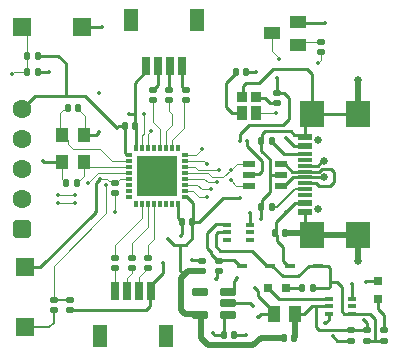
<source format=gtl>
G04*
G04 #@! TF.GenerationSoftware,Altium Limited,Altium Designer,22.11.1 (43)*
G04*
G04 Layer_Physical_Order=1*
G04 Layer_Color=255*
%FSLAX44Y44*%
%MOMM*%
G71*
G04*
G04 #@! TF.SameCoordinates,A50B7F4E-0ABD-407A-AE68-1F03F6E7AD64*
G04*
G04*
G04 #@! TF.FilePolarity,Positive*
G04*
G01*
G75*
%ADD10C,0.5080*%
%ADD16C,0.2540*%
G04:AMPARAMS|DCode=20|XSize=0.6mm|YSize=0.54mm|CornerRadius=0.1431mm|HoleSize=0mm|Usage=FLASHONLY|Rotation=180.000|XOffset=0mm|YOffset=0mm|HoleType=Round|Shape=RoundedRectangle|*
%AMROUNDEDRECTD20*
21,1,0.6000,0.2538,0,0,180.0*
21,1,0.3138,0.5400,0,0,180.0*
1,1,0.2862,-0.1569,0.1269*
1,1,0.2862,0.1569,0.1269*
1,1,0.2862,0.1569,-0.1269*
1,1,0.2862,-0.1569,-0.1269*
%
%ADD20ROUNDEDRECTD20*%
%ADD21R,0.6604X1.5494*%
%ADD22R,0.8128X0.4064*%
%ADD23R,1.1000X1.3000*%
G04:AMPARAMS|DCode=24|XSize=0.6mm|YSize=0.54mm|CornerRadius=0.1431mm|HoleSize=0mm|Usage=FLASHONLY|Rotation=90.000|XOffset=0mm|YOffset=0mm|HoleType=Round|Shape=RoundedRectangle|*
%AMROUNDEDRECTD24*
21,1,0.6000,0.2538,0,0,90.0*
21,1,0.3138,0.5400,0,0,90.0*
1,1,0.2862,0.1269,0.1569*
1,1,0.2862,0.1269,-0.1569*
1,1,0.2862,-0.1269,-0.1569*
1,1,0.2862,-0.1269,0.1569*
%
%ADD24ROUNDEDRECTD24*%
%ADD25R,1.5240X1.5240*%
%ADD27R,2.0000X2.1800*%
%ADD28R,1.1500X0.3000*%
%ADD29R,1.1500X0.6000*%
%ADD30R,0.8000X0.8000*%
%ADD31R,0.8000X0.8000*%
%ADD32R,1.1000X1.4300*%
%ADD33R,1.5240X1.5240*%
G04:AMPARAMS|DCode=34|XSize=0.6mm|YSize=1.35mm|CornerRadius=0.045mm|HoleSize=0mm|Usage=FLASHONLY|Rotation=90.000|XOffset=0mm|YOffset=0mm|HoleType=Round|Shape=RoundedRectangle|*
%AMROUNDEDRECTD34*
21,1,0.6000,1.2600,0,0,90.0*
21,1,0.5100,1.3500,0,0,90.0*
1,1,0.0900,0.6300,0.2550*
1,1,0.0900,0.6300,-0.2550*
1,1,0.0900,-0.6300,-0.2550*
1,1,0.0900,-0.6300,0.2550*
%
%ADD34ROUNDEDRECTD34*%
%ADD35R,0.9700X0.9500*%
%ADD36R,0.9700X1.1500*%
%ADD37R,0.8500X1.1500*%
%ADD38R,0.8500X0.9500*%
%ADD39R,1.4000X1.0000*%
%ADD40R,0.6000X0.3000*%
%ADD41R,0.3000X0.6000*%
%ADD42R,0.9779X0.5588*%
%ADD61R,3.4544X3.4544*%
%ADD67R,1.2954X1.9050*%
%ADD68R,0.7500X0.4000*%
%ADD69C,0.1250*%
%ADD70C,0.2032*%
%ADD71C,1.6000*%
G04:AMPARAMS|DCode=72|XSize=1.6mm|YSize=1.6mm|CornerRadius=0.4mm|HoleSize=0mm|Usage=FLASHONLY|Rotation=90.000|XOffset=0mm|YOffset=0mm|HoleType=Round|Shape=RoundedRectangle|*
%AMROUNDEDRECTD72*
21,1,1.6000,0.8000,0,0,90.0*
21,1,0.8000,1.6000,0,0,90.0*
1,1,0.8000,0.4000,0.4000*
1,1,0.8000,0.4000,-0.4000*
1,1,0.8000,-0.4000,-0.4000*
1,1,0.8000,-0.4000,0.4000*
%
%ADD72ROUNDEDRECTD72*%
%ADD73C,0.6500*%
%ADD74C,0.3500*%
%ADD75C,0.6350*%
D10*
X303540Y200960D02*
Y229860D01*
X303530Y229870D02*
X303540Y229860D01*
X303530Y76200D02*
X303540Y76210D01*
Y98760D01*
X264240D02*
X303540D01*
X156600Y65160D02*
X159530Y68090D01*
X153670Y62230D02*
X156600Y65160D01*
X169760Y31140D02*
X170180Y30720D01*
X169300Y31600D02*
X169760Y31140D01*
X156796Y31600D02*
X169300D01*
X153670Y34726D02*
X156796Y31600D01*
X153670Y34726D02*
Y62230D01*
X159530Y68090D02*
X171450D01*
X250180Y12500D02*
Y31750D01*
X249410Y11730D02*
X250180Y12500D01*
X249410Y11430D02*
Y11730D01*
X170180Y11430D02*
Y30720D01*
Y11430D02*
X176530Y5080D01*
X214630D01*
X220980Y11430D01*
X240810D01*
X241790Y100330D02*
X262670D01*
X258490Y125730D02*
Y125860D01*
D16*
X54610Y215900D02*
X72390D01*
X29852D02*
X54610D01*
X55880Y217170D01*
Y243840D01*
X32240Y250190D02*
X49530D01*
X55880Y243840D01*
X138430Y66310D02*
Y74930D01*
X128030Y51465D02*
Y55910D01*
X138430Y66310D01*
X163050Y109220D02*
X168910D01*
X189230Y129540D02*
X203200D01*
X168910Y109220D02*
X189230Y129540D01*
X203200Y177800D02*
Y184150D01*
X210820Y191770D01*
X240030D01*
X224790Y186690D02*
X246380D01*
X249480Y183590D01*
X222250Y178290D02*
Y184150D01*
X221760Y169400D02*
Y177800D01*
X222250Y184150D02*
X224790Y186690D01*
X221760Y177800D02*
X222250Y178290D01*
X245110Y196850D02*
Y214630D01*
X240030Y191770D02*
X245110Y196850D01*
X240810Y218930D02*
X245110Y214630D01*
X234950Y218930D02*
X240810D01*
X221760Y111760D02*
Y121920D01*
X69596Y274320D02*
X86360D01*
X21590Y71120D02*
X34290D01*
X81280Y118110D01*
X252922Y278130D02*
X275590D01*
X252311Y278740D02*
X252922Y278130D01*
X191707Y107950D02*
X192180Y107478D01*
X182880Y107950D02*
X191707D01*
X175260Y100330D02*
X182880Y107950D01*
X175260Y87873D02*
Y100330D01*
X179070Y83820D02*
Y84063D01*
X175260Y87873D02*
X179070Y84063D01*
X182880Y99060D02*
X184797Y100977D01*
X192180D01*
X182880Y88900D02*
Y99060D01*
Y88900D02*
X186690Y85090D01*
X214122D02*
X226822Y72390D01*
X186690Y85090D02*
X214122D01*
X226822Y72390D02*
X228854D01*
X277912D02*
X279400Y70902D01*
X269494Y72390D02*
X277912D01*
X279400Y58529D02*
Y70902D01*
Y54828D02*
Y58529D01*
X285641D02*
X289560Y54610D01*
X279400Y58529D02*
X285641D01*
X265047Y53340D02*
X277912D01*
X279400Y54828D01*
X152400Y90170D02*
X157480D01*
X147320D02*
X152400D01*
Y69360D02*
X156600Y65160D01*
X152400Y69360D02*
Y90170D01*
X19050Y205098D02*
X29852Y215900D01*
X72390D02*
X99060Y189230D01*
X99320D01*
X100590Y190500D02*
X106190D01*
X99320Y189230D02*
X100590Y190500D01*
X81280Y118110D02*
Y142240D01*
X85090Y146050D01*
X142240Y95250D02*
X147320Y90170D01*
X163050Y95740D02*
Y109220D01*
X157480Y90170D02*
X163050Y95740D01*
X32240Y236220D02*
X41910D01*
X114300Y200660D02*
Y227684D01*
Y190990D02*
Y200660D01*
X109220D02*
X114300D01*
X71230Y183547D02*
X81947D01*
X83820Y185420D01*
X37573Y160548D02*
X53230D01*
X36830Y161290D02*
X37573Y160548D01*
X179254Y82556D02*
X185120Y76690D01*
X179254Y82556D02*
Y83636D01*
X185120Y76690D02*
X185420D01*
X179070Y83820D02*
X179254Y83636D01*
X180340Y15240D02*
X181610Y13970D01*
X190010D01*
X211830Y40640D02*
X214370Y38100D01*
X193460Y40640D02*
X211830D01*
X214370Y38100D02*
X214630D01*
X228114Y37063D02*
Y37316D01*
X218440Y46990D02*
X228114Y37316D01*
X218440Y46990D02*
Y50800D01*
X183789Y61869D02*
Y66672D01*
X185207Y68090D02*
X185420D01*
X183789Y66672D02*
X185207Y68090D01*
X182880Y60960D02*
X183789Y61869D01*
X170670Y77470D02*
X171450Y76690D01*
X162560Y77470D02*
X170670D01*
X153670Y97790D02*
Y99060D01*
X154450Y99840D02*
Y109220D01*
X153670Y99060D02*
X154450Y99840D01*
X150850Y113207D02*
X154450Y109607D01*
Y109220D02*
Y109607D01*
X150850Y113207D02*
Y125090D01*
X163050Y109220D02*
X163830Y110000D01*
X156850Y131090D02*
X158350D01*
X163830Y125610D01*
Y110000D02*
Y125610D01*
X211680Y107478D02*
X211906Y107704D01*
Y116656D01*
X212090Y116840D01*
X215900Y53340D02*
X218440Y50800D01*
X127000Y38100D02*
Y50435D01*
X128030Y51465D01*
X123970Y35070D02*
X127000Y38100D01*
X59690Y35070D02*
X123970D01*
X185420Y76690D02*
X186200Y77470D01*
X203454Y72390D02*
X205486D01*
X198374Y77470D02*
X203454Y72390D01*
X186200Y77470D02*
X198374D01*
X230886Y72390D02*
X239776Y63500D01*
X252730D01*
X228854Y72390D02*
X230886D01*
X252730Y63500D02*
X261620Y72390D01*
X269494D01*
X240030Y76454D02*
X244094Y72390D01*
X246126D01*
X240030Y76454D02*
Y88138D01*
X234521Y93647D02*
X240030Y88138D01*
X218700Y29210D02*
X221240Y31750D01*
X218440Y29210D02*
X218700D01*
X221240Y31750D02*
X232420D01*
X114790Y190500D02*
X115620Y189670D01*
X114300Y190990D02*
X114790Y190500D01*
X124075Y237460D02*
Y241905D01*
X114300Y227684D02*
X124075Y237460D01*
X191770Y227520D02*
X200088Y235837D01*
Y236137D01*
X191770Y207010D02*
Y227520D01*
X106190Y168250D02*
X108350Y166090D01*
X109850D01*
X115620Y172320D02*
Y189670D01*
X106190Y168250D02*
Y190500D01*
X115620Y172320D02*
X115850Y172090D01*
X267970Y38100D02*
X278540D01*
X264160D02*
X267970D01*
X250180Y31750D02*
X257810D01*
X264160Y38100D01*
X242437Y53340D02*
X256448D01*
X242205Y53572D02*
X242437Y53340D01*
X278390Y44450D02*
X278540Y44600D01*
X236327Y44450D02*
X278390D01*
X227205Y53572D02*
X236327Y44450D01*
X278540Y27080D02*
Y31600D01*
X275590Y24130D02*
X278540Y27080D01*
X267970Y20320D02*
X270510Y17780D01*
X267970Y20320D02*
Y38100D01*
X190010Y29410D02*
X191740Y31140D01*
X190010Y13970D02*
Y29410D01*
X191740Y31140D02*
X193460D01*
X200660Y61970D02*
Y62230D01*
X193460Y50140D02*
X196760D01*
X198490Y51870D01*
Y59800D01*
X200660Y61970D01*
X198610Y13970D02*
X208280D01*
X311290Y59570D02*
X320040D01*
X308610Y26548D02*
X308732D01*
X311150Y17780D02*
Y24130D01*
X308732Y26548D02*
X311150Y24130D01*
X270510Y17780D02*
X297180D01*
X311150D01*
X320040Y35560D02*
Y44570D01*
X325120Y17780D02*
Y30480D01*
X320040Y35560D02*
X325120Y30480D01*
X298040Y31600D02*
X313840D01*
X318135Y9180D02*
X325120D01*
X311150D02*
X318135D01*
X313840Y31600D02*
X318135Y27305D01*
Y9180D02*
Y27305D01*
X298266Y44826D02*
Y56966D01*
X298040Y44600D02*
X298266Y44826D01*
Y56966D02*
X298450Y57150D01*
X285460Y9180D02*
X297180D01*
X281940Y12700D02*
X285460Y9180D01*
X289560Y33982D02*
Y54610D01*
X262670Y100330D02*
X264240Y98760D01*
X258490Y104510D02*
X262670Y100330D01*
X258490Y104510D02*
Y117860D01*
X209550Y173990D02*
Y177800D01*
Y173990D02*
X222250Y161290D01*
Y152400D02*
Y161290D01*
X211455Y149882D02*
X219732D01*
X222250Y152400D01*
X211032Y149459D02*
X211455Y149882D01*
X221920Y127940D02*
X228600Y134620D01*
Y149459D01*
X238337D01*
X221760Y169400D02*
X228600Y162560D01*
Y149459D02*
Y162560D01*
X210815Y149676D02*
X211032Y149459D01*
X154075Y224662D02*
X157267Y221470D01*
X157480D01*
X154075Y224662D02*
Y241905D01*
X143793Y221753D02*
Y241622D01*
X143510Y221470D02*
X143793Y221753D01*
Y241622D02*
X144075Y241905D01*
X129540Y221470D02*
X129753D01*
X134075Y225793D02*
Y241905D01*
X129753Y221470D02*
X134075Y225793D01*
X264160Y201040D02*
X264240Y200960D01*
X264160Y201040D02*
Y234950D01*
X231140Y238760D02*
X260350D01*
X264160Y234950D01*
X219710Y227330D02*
X231140Y238760D01*
X208280Y227330D02*
X219710D01*
X205740Y224790D02*
X208280Y227330D01*
X205740Y215822D02*
Y224790D01*
X205448Y215530D02*
X205740Y215822D01*
X208770Y236220D02*
X217170D01*
X234950Y218930D02*
Y231140D01*
X229090Y210330D02*
X234950D01*
X224790Y214630D02*
X229090Y210330D01*
X217448Y215530D02*
X218348Y214630D01*
X224790D01*
X200088Y236137D02*
X200170Y236220D01*
X191770Y207010D02*
X196750Y202030D01*
X205448D01*
X264240Y200960D02*
X303540D01*
X258490Y181860D02*
Y195210D01*
X264240Y200960D01*
X249480Y183590D02*
X256760D01*
X258490Y181860D01*
X230360Y177500D02*
X240500Y167360D01*
X258490D01*
X230360Y177500D02*
Y177800D01*
X242570Y180340D02*
X249050Y173860D01*
X258490D01*
X233190Y100330D02*
X234521Y98999D01*
Y93647D02*
Y98999D01*
X233190Y100330D02*
X233680Y100820D01*
Y109220D01*
X242570Y118110D01*
X250320Y125860D02*
X258490D01*
X242570Y118110D02*
X250320Y125860D01*
X297945Y31695D02*
X298040Y31600D01*
X289560Y33982D02*
X291847Y31695D01*
X297945D01*
X221760Y121920D02*
X221920Y122080D01*
Y127940D01*
X258490Y142360D02*
X258610Y142240D01*
X267970D01*
X270510Y139700D01*
X279400D01*
X283210Y143510D01*
X258490Y147360D02*
X258510Y147340D01*
X274300D02*
X274320Y147320D01*
X258510Y147340D02*
X274300D01*
X280543Y154813D02*
X283210Y152146D01*
Y143510D02*
Y152146D01*
X272653Y154813D02*
X280543D01*
X258490Y152360D02*
X270200D01*
X272653Y154813D01*
X273289Y161290D02*
X274320D01*
X269359Y157360D02*
X273289Y161290D01*
X258490Y157360D02*
X269359D01*
X242191Y141507D02*
X242420D01*
X239053Y139700D02*
X240574D01*
X248274Y147360D02*
X258490D01*
X242420Y141507D02*
X248274Y147360D01*
X247690Y152360D02*
X258490D01*
X242570Y157480D02*
X247690Y152360D01*
X239053Y157480D02*
X242570D01*
X238442Y158090D02*
X239053Y157480D01*
D20*
X97790Y142730D02*
D03*
Y134130D02*
D03*
X297180Y9180D02*
D03*
Y17780D02*
D03*
X234950Y210330D02*
D03*
Y218930D02*
D03*
X129540Y212870D02*
D03*
Y221470D02*
D03*
X125730Y79230D02*
D03*
Y70630D02*
D03*
X271780Y262110D02*
D03*
Y253510D02*
D03*
X311150Y9180D02*
D03*
Y17780D02*
D03*
X45720Y35070D02*
D03*
Y43670D02*
D03*
X59690D02*
D03*
Y35070D02*
D03*
X325120Y9180D02*
D03*
Y17780D02*
D03*
X171450Y68090D02*
D03*
Y76690D02*
D03*
X185420D02*
D03*
Y68090D02*
D03*
X97790Y79230D02*
D03*
Y70630D02*
D03*
X143510Y212870D02*
D03*
Y221470D02*
D03*
X157480Y212870D02*
D03*
Y221470D02*
D03*
X111760Y79230D02*
D03*
Y70630D02*
D03*
D21*
X128030Y51465D02*
D03*
X118030D02*
D03*
X108030D02*
D03*
X98030D02*
D03*
X154075Y241905D02*
D03*
X144075D02*
D03*
X134075D02*
D03*
X124075D02*
D03*
D22*
X228854Y72390D02*
D03*
X205486D02*
D03*
X246126D02*
D03*
X269494D02*
D03*
D23*
X53230Y183547D02*
D03*
Y160548D02*
D03*
X71230D02*
D03*
Y183547D02*
D03*
D24*
X249410Y11430D02*
D03*
X240810D02*
D03*
X154450Y109220D02*
D03*
X163050D02*
D03*
X114790Y190500D02*
D03*
X106190D02*
D03*
X190010Y13970D02*
D03*
X198610D02*
D03*
X32240Y250190D02*
D03*
X23640D02*
D03*
X208770Y236220D02*
D03*
X200170D02*
D03*
X241790Y100330D02*
D03*
X233190D02*
D03*
X32240Y236220D02*
D03*
X23640D02*
D03*
X265047Y53340D02*
D03*
X256448D02*
D03*
X230360Y121920D02*
D03*
X221760D02*
D03*
Y177800D02*
D03*
X230360D02*
D03*
X57930Y205740D02*
D03*
X66530D02*
D03*
X65260Y142240D02*
D03*
X56660D02*
D03*
D25*
X19050Y274320D02*
D03*
X69596D02*
D03*
D27*
X303540Y200960D02*
D03*
Y98760D02*
D03*
X264240Y200960D02*
D03*
Y98760D02*
D03*
D28*
X258490Y152360D02*
D03*
Y147360D02*
D03*
Y157360D02*
D03*
Y142360D02*
D03*
Y162360D02*
D03*
Y137360D02*
D03*
Y167360D02*
D03*
Y132360D02*
D03*
D29*
Y181860D02*
D03*
Y173860D02*
D03*
Y125860D02*
D03*
Y117860D02*
D03*
D30*
X227205Y53572D02*
D03*
X242205D02*
D03*
D31*
X320040Y59570D02*
D03*
Y44570D02*
D03*
D32*
X250180Y31750D02*
D03*
X232420D02*
D03*
D33*
X21590Y71120D02*
D03*
Y20574D02*
D03*
D34*
X169760Y31140D02*
D03*
Y50140D02*
D03*
X193460D02*
D03*
Y40640D02*
D03*
Y31140D02*
D03*
D35*
X205448Y215530D02*
D03*
D36*
Y202030D02*
D03*
D37*
X217448D02*
D03*
D38*
Y215530D02*
D03*
D39*
X230312Y269240D02*
D03*
X252311Y278740D02*
D03*
Y259740D02*
D03*
D40*
X109850Y166090D02*
D03*
Y161090D02*
D03*
Y156090D02*
D03*
Y151090D02*
D03*
Y146090D02*
D03*
Y141090D02*
D03*
Y136090D02*
D03*
Y131090D02*
D03*
X156850D02*
D03*
Y136090D02*
D03*
Y141090D02*
D03*
Y146090D02*
D03*
Y151090D02*
D03*
Y156090D02*
D03*
Y161090D02*
D03*
Y166090D02*
D03*
D41*
X115850Y125090D02*
D03*
X120850D02*
D03*
X125850D02*
D03*
X130850D02*
D03*
X135850D02*
D03*
X140850D02*
D03*
X145850D02*
D03*
X150850D02*
D03*
Y172090D02*
D03*
X145850D02*
D03*
X140850D02*
D03*
X135850D02*
D03*
X130850D02*
D03*
X125850D02*
D03*
X120850D02*
D03*
X115850D02*
D03*
D42*
X238337Y139959D02*
D03*
Y149459D02*
D03*
Y158959D02*
D03*
X211032D02*
D03*
Y149459D02*
D03*
Y139959D02*
D03*
D61*
X133350Y148590D02*
D03*
D67*
X85030Y12715D02*
D03*
X141030D02*
D03*
X111075Y280655D02*
D03*
X167076D02*
D03*
D68*
X192180Y94477D02*
D03*
Y100977D02*
D03*
Y107478D02*
D03*
X211680D02*
D03*
Y100977D02*
D03*
Y94477D02*
D03*
X298040Y31600D02*
D03*
Y38100D02*
D03*
Y44600D02*
D03*
X278540D02*
D03*
Y38100D02*
D03*
Y31600D02*
D03*
D69*
X156850Y166090D02*
X166090D01*
X171450Y171450D01*
X167640Y153670D02*
X185420D01*
X168910Y130810D02*
X175260D01*
X163630Y136090D02*
X168910Y130810D01*
X171450Y137160D02*
X179070D01*
X167520Y141090D02*
X171450Y137160D01*
X97790Y118110D02*
Y134130D01*
X93065Y144307D02*
X96213D01*
X85090Y146050D02*
X91322D01*
X96213Y144307D02*
X97790Y142730D01*
X91322Y146050D02*
X93065Y144307D01*
X98526Y142730D02*
X101886Y146090D01*
X97790Y142730D02*
X98526D01*
X101886Y146090D02*
X109850D01*
X173218D02*
X176164Y143144D01*
X184150D01*
X156850Y146090D02*
X173218D01*
X176570Y151090D02*
X180109Y147551D01*
X189461D01*
X195580Y153670D01*
X156850Y136090D02*
X163630D01*
X156850Y141090D02*
X167520D01*
X19050Y274320D02*
X23640Y269730D01*
Y250190D02*
Y269730D01*
X74930Y142240D02*
X83780Y151090D01*
X109850D01*
X45720Y59690D02*
Y72390D01*
X90170Y116840D01*
Y140970D01*
X121920Y184150D02*
Y200660D01*
X120850Y183080D02*
X121920Y184150D01*
X120850Y172090D02*
Y183080D01*
X125850Y172090D02*
Y183983D01*
X128270Y186404D02*
Y186690D01*
X125850Y183983D02*
X128270Y186404D01*
X230312Y254167D02*
X236220Y248259D01*
Y247650D02*
Y248259D01*
X230312Y254167D02*
Y269240D01*
X233580Y202030D02*
X233680Y201930D01*
X217448Y202030D02*
X233580D01*
X252311Y259740D02*
X254681Y262110D01*
X271780D01*
X269240Y243887D02*
X271780Y246427D01*
Y253510D01*
X269240Y243840D02*
Y243887D01*
X49530Y125730D02*
X63500D01*
X172920Y161090D02*
X175260Y158750D01*
X156850Y161090D02*
X172920D01*
X49530Y132080D02*
X63500D01*
X156850Y151090D02*
X176570D01*
X165100Y156210D02*
X167640Y153670D01*
X156970Y156210D02*
X165100D01*
X23640Y236220D02*
Y250190D01*
X10769Y234950D02*
X12039Y236220D01*
X23640D01*
X10160Y234950D02*
X10769D01*
X57757Y175923D02*
X62230Y171450D01*
X85090D01*
X50800Y185977D02*
X57757Y179020D01*
Y175923D02*
Y179020D01*
X129540Y194310D02*
Y212870D01*
X135850Y172090D02*
Y188000D01*
X129540Y194310D02*
X135850Y188000D01*
X143510Y203522D02*
X146050Y200982D01*
X143510Y203522D02*
Y212870D01*
X146050Y191770D02*
Y200982D01*
X140850Y172090D02*
Y186570D01*
X146050Y191770D01*
X156210Y189230D02*
Y211600D01*
X157480Y212870D01*
X145850Y172090D02*
Y178870D01*
X156210Y189230D01*
X118030Y60880D02*
X118110Y60960D01*
X118030Y51465D02*
Y60880D01*
X118110Y63310D02*
X125430Y70630D01*
X125730D01*
X118110Y60960D02*
Y63310D01*
X107950Y51545D02*
X108030Y51465D01*
X107950Y51545D02*
Y62230D01*
X111760Y66040D02*
Y70630D01*
X107950Y62230D02*
X111760Y66040D01*
X97790Y51705D02*
X98030Y51465D01*
X97790Y51705D02*
Y70630D01*
X111760Y79230D02*
Y91440D01*
X125850Y105530D02*
Y125090D01*
X111760Y91440D02*
X125850Y105530D01*
X125730Y79230D02*
Y90170D01*
X130850Y95290D01*
Y125090D01*
X97790Y79230D02*
Y90170D01*
X120850Y113230D01*
Y125090D01*
X50800Y185977D02*
Y201930D01*
X53355Y204485D01*
X56675D01*
X57930Y205740D01*
X72390Y184708D02*
Y199580D01*
X71230Y183547D02*
X72390Y184708D01*
X66530Y205440D02*
Y205740D01*
Y205440D02*
X72390Y199580D01*
X71230Y148510D02*
Y160548D01*
X65260Y142540D02*
X71230Y148510D01*
X65260Y142240D02*
Y142540D01*
X53230Y146323D02*
X56660Y142893D01*
X53230Y146323D02*
Y160548D01*
X56660Y142240D02*
Y142893D01*
X71230Y160548D02*
X75687Y156090D01*
X109850D01*
X85090Y171450D02*
X95450Y161090D01*
X109850D01*
X156850Y156090D02*
X156970Y156210D01*
X195580Y153670D02*
X200869Y158959D01*
X195580Y144780D02*
X200401Y139959D01*
X45720Y43670D02*
Y59690D01*
X200869Y158959D02*
X211032D01*
X200401Y139959D02*
X211032D01*
D70*
X234950Y121920D02*
X250390Y137360D01*
X258490D01*
X230360Y121920D02*
X234950D01*
X45720Y43670D02*
X59690D01*
X21590Y20574D02*
X42164D01*
X45720Y24130D02*
Y34290D01*
X42164Y20574D02*
X45720Y24130D01*
D71*
X19050Y205098D02*
D03*
Y179699D02*
D03*
Y128898D02*
D03*
Y154298D02*
D03*
D72*
Y103498D02*
D03*
D73*
X269240Y178760D02*
D03*
Y120960D02*
D03*
X303530Y229870D02*
D03*
Y76200D02*
D03*
D74*
X171450Y171450D02*
D03*
X185420Y153670D02*
D03*
X175260Y130810D02*
D03*
X179070Y137160D02*
D03*
X221760Y111760D02*
D03*
X97790Y118110D02*
D03*
X184150Y143144D02*
D03*
X138430Y74930D02*
D03*
X203200Y129540D02*
D03*
Y177800D02*
D03*
X86360Y274320D02*
D03*
X275590Y278130D02*
D03*
X133350Y148590D02*
D03*
X147320Y162560D02*
D03*
X119380Y134620D02*
D03*
X147320D02*
D03*
X119380Y162560D02*
D03*
X99060Y189230D02*
D03*
X85090Y146050D02*
D03*
X81280Y118110D02*
D03*
X142240Y95250D02*
D03*
X74930Y142240D02*
D03*
X41910Y236220D02*
D03*
X109220Y200660D02*
D03*
X83820Y185420D02*
D03*
X36830Y161290D02*
D03*
X179070Y83820D02*
D03*
X180340Y15240D02*
D03*
X214630Y38100D02*
D03*
X182880Y60960D02*
D03*
X162560Y77470D02*
D03*
X153670Y97790D02*
D03*
X212090Y116840D02*
D03*
X215900Y53340D02*
D03*
X90170Y140970D02*
D03*
X121920Y200660D02*
D03*
X128270Y186690D02*
D03*
X218440Y29210D02*
D03*
X236220Y247650D02*
D03*
X233680Y201930D02*
D03*
X269240Y243840D02*
D03*
X49530Y125730D02*
D03*
X63500D02*
D03*
X175260Y158750D02*
D03*
X49530Y132080D02*
D03*
X63500D02*
D03*
X10160Y234950D02*
D03*
X275590Y24130D02*
D03*
X200660Y62230D02*
D03*
X208280Y13970D02*
D03*
X309880Y58420D02*
D03*
X308610Y26548D02*
D03*
X298450Y57150D02*
D03*
X281940Y12700D02*
D03*
X195580Y144780D02*
D03*
Y153670D02*
D03*
X209550Y177800D02*
D03*
X217170Y236220D02*
D03*
X234950Y231140D02*
D03*
X242570Y180340D02*
D03*
Y118110D02*
D03*
X83820Y218440D02*
D03*
D75*
X274320Y147320D02*
D03*
Y161290D02*
D03*
M02*

</source>
